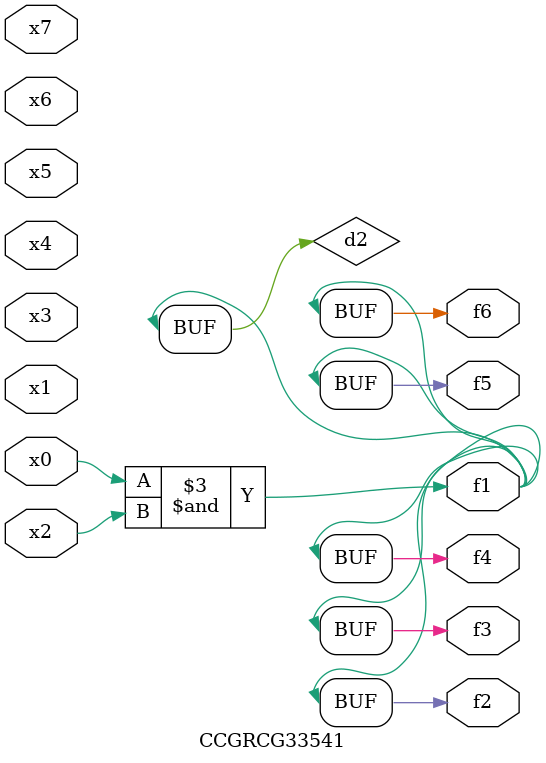
<source format=v>
module CCGRCG33541(
	input x0, x1, x2, x3, x4, x5, x6, x7,
	output f1, f2, f3, f4, f5, f6
);

	wire d1, d2;

	nor (d1, x3, x6);
	and (d2, x0, x2);
	assign f1 = d2;
	assign f2 = d2;
	assign f3 = d2;
	assign f4 = d2;
	assign f5 = d2;
	assign f6 = d2;
endmodule

</source>
